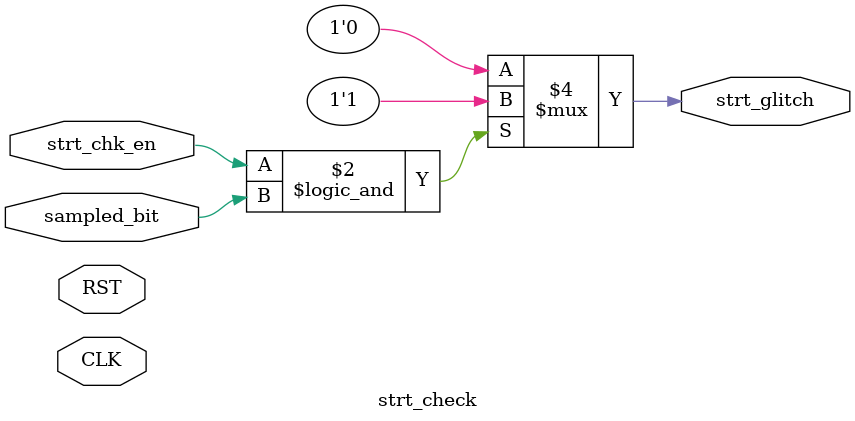
<source format=v>
module strt_check (input wire CLK,
                   input wire RST,
                   input wire strt_chk_en,
                   input wire sampled_bit,
                   output reg strt_glitch);

    always @(*) begin
        if (strt_chk_en && sampled_bit) 
            strt_glitch = 1'b1;
        else
            strt_glitch = 1'b0;
    end
            
endmodule

</source>
